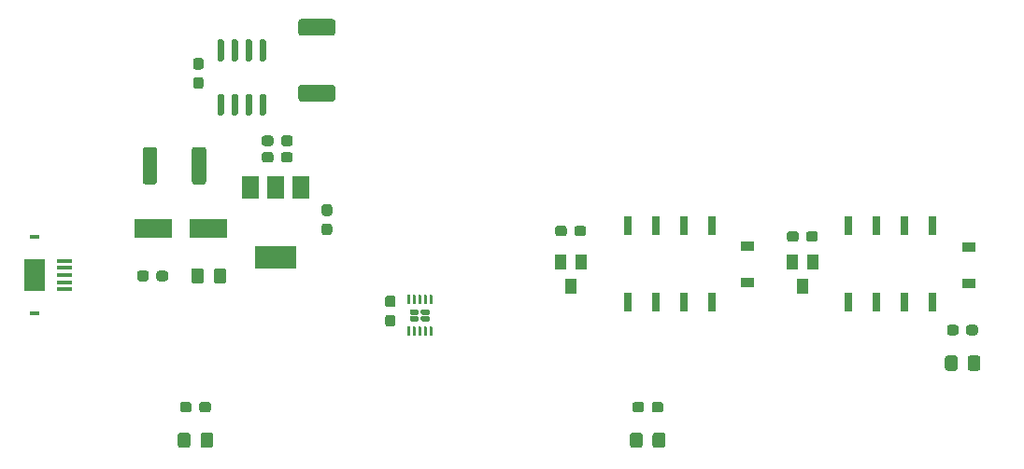
<source format=gbr>
%TF.GenerationSoftware,KiCad,Pcbnew,5.1.6*%
%TF.CreationDate,2020-09-20T16:59:45+02:00*%
%TF.ProjectId,usb_switcher,7573625f-7377-4697-9463-6865722e6b69,rev?*%
%TF.SameCoordinates,Original*%
%TF.FileFunction,Paste,Top*%
%TF.FilePolarity,Positive*%
%FSLAX46Y46*%
G04 Gerber Fmt 4.6, Leading zero omitted, Abs format (unit mm)*
G04 Created by KiCad (PCBNEW 5.1.6) date 2020-09-20 16:59:45*
%MOMM*%
%LPD*%
G01*
G04 APERTURE LIST*
%ADD10R,1.350000X0.400000*%
%ADD11R,1.900000X2.900000*%
%ADD12R,0.850000X0.300000*%
%ADD13R,3.500000X1.800000*%
%ADD14R,1.200000X0.900000*%
%ADD15R,0.800000X1.800000*%
%ADD16R,1.000000X1.400000*%
%ADD17R,3.800000X2.000000*%
%ADD18R,1.500000X2.000000*%
G04 APERTURE END LIST*
D10*
%TO.C,J1*%
X104122800Y-81700000D03*
X104122800Y-82350000D03*
X104122800Y-83000000D03*
X104122800Y-84300000D03*
X104122800Y-83650000D03*
D11*
X101447800Y-83000000D03*
D12*
X101447800Y-86500000D03*
X101447800Y-79500000D03*
%TD*%
%TO.C,C1*%
G36*
G01*
X122006400Y-71048900D02*
X122006400Y-70573900D01*
G75*
G02*
X122243900Y-70336400I237500J0D01*
G01*
X122818900Y-70336400D01*
G75*
G02*
X123056400Y-70573900I0J-237500D01*
G01*
X123056400Y-71048900D01*
G75*
G02*
X122818900Y-71286400I-237500J0D01*
G01*
X122243900Y-71286400D01*
G75*
G02*
X122006400Y-71048900I0J237500D01*
G01*
G37*
G36*
G01*
X123756400Y-71048900D02*
X123756400Y-70573900D01*
G75*
G02*
X123993900Y-70336400I237500J0D01*
G01*
X124568900Y-70336400D01*
G75*
G02*
X124806400Y-70573900I0J-237500D01*
G01*
X124806400Y-71048900D01*
G75*
G02*
X124568900Y-71286400I-237500J0D01*
G01*
X123993900Y-71286400D01*
G75*
G02*
X123756400Y-71048900I0J237500D01*
G01*
G37*
%TD*%
%TO.C,C2*%
G36*
G01*
X123756400Y-72548900D02*
X123756400Y-72073900D01*
G75*
G02*
X123993900Y-71836400I237500J0D01*
G01*
X124568900Y-71836400D01*
G75*
G02*
X124806400Y-72073900I0J-237500D01*
G01*
X124806400Y-72548900D01*
G75*
G02*
X124568900Y-72786400I-237500J0D01*
G01*
X123993900Y-72786400D01*
G75*
G02*
X123756400Y-72548900I0J237500D01*
G01*
G37*
G36*
G01*
X122006400Y-72548900D02*
X122006400Y-72073900D01*
G75*
G02*
X122243900Y-71836400I237500J0D01*
G01*
X122818900Y-71836400D01*
G75*
G02*
X123056400Y-72073900I0J-237500D01*
G01*
X123056400Y-72548900D01*
G75*
G02*
X122818900Y-72786400I-237500J0D01*
G01*
X122243900Y-72786400D01*
G75*
G02*
X122006400Y-72548900I0J237500D01*
G01*
G37*
%TD*%
%TO.C,C3*%
G36*
G01*
X133892500Y-85920000D02*
X133417500Y-85920000D01*
G75*
G02*
X133180000Y-85682500I0J237500D01*
G01*
X133180000Y-85107500D01*
G75*
G02*
X133417500Y-84870000I237500J0D01*
G01*
X133892500Y-84870000D01*
G75*
G02*
X134130000Y-85107500I0J-237500D01*
G01*
X134130000Y-85682500D01*
G75*
G02*
X133892500Y-85920000I-237500J0D01*
G01*
G37*
G36*
G01*
X133892500Y-87670000D02*
X133417500Y-87670000D01*
G75*
G02*
X133180000Y-87432500I0J237500D01*
G01*
X133180000Y-86857500D01*
G75*
G02*
X133417500Y-86620000I237500J0D01*
G01*
X133892500Y-86620000D01*
G75*
G02*
X134130000Y-86857500I0J-237500D01*
G01*
X134130000Y-87432500D01*
G75*
G02*
X133892500Y-87670000I-237500J0D01*
G01*
G37*
%TD*%
%TO.C,C4*%
G36*
G01*
X128152100Y-79378200D02*
X127677100Y-79378200D01*
G75*
G02*
X127439600Y-79140700I0J237500D01*
G01*
X127439600Y-78565700D01*
G75*
G02*
X127677100Y-78328200I237500J0D01*
G01*
X128152100Y-78328200D01*
G75*
G02*
X128389600Y-78565700I0J-237500D01*
G01*
X128389600Y-79140700D01*
G75*
G02*
X128152100Y-79378200I-237500J0D01*
G01*
G37*
G36*
G01*
X128152100Y-77628200D02*
X127677100Y-77628200D01*
G75*
G02*
X127439600Y-77390700I0J237500D01*
G01*
X127439600Y-76815700D01*
G75*
G02*
X127677100Y-76578200I237500J0D01*
G01*
X128152100Y-76578200D01*
G75*
G02*
X128389600Y-76815700I0J-237500D01*
G01*
X128389600Y-77390700D01*
G75*
G02*
X128152100Y-77628200I-237500J0D01*
G01*
G37*
%TD*%
%TO.C,C5*%
G36*
G01*
X116018500Y-63294000D02*
X116493500Y-63294000D01*
G75*
G02*
X116731000Y-63531500I0J-237500D01*
G01*
X116731000Y-64106500D01*
G75*
G02*
X116493500Y-64344000I-237500J0D01*
G01*
X116018500Y-64344000D01*
G75*
G02*
X115781000Y-64106500I0J237500D01*
G01*
X115781000Y-63531500D01*
G75*
G02*
X116018500Y-63294000I237500J0D01*
G01*
G37*
G36*
G01*
X116018500Y-65044000D02*
X116493500Y-65044000D01*
G75*
G02*
X116731000Y-65281500I0J-237500D01*
G01*
X116731000Y-65856500D01*
G75*
G02*
X116493500Y-66094000I-237500J0D01*
G01*
X116018500Y-66094000D01*
G75*
G02*
X115781000Y-65856500I0J237500D01*
G01*
X115781000Y-65281500D01*
G75*
G02*
X116018500Y-65044000I237500J0D01*
G01*
G37*
%TD*%
D13*
%TO.C,D1*%
X117155800Y-78765600D03*
X112155800Y-78765600D03*
%TD*%
%TO.C,D2*%
G36*
G01*
X117654800Y-83533601D02*
X117654800Y-82633599D01*
G75*
G02*
X117904799Y-82383600I249999J0D01*
G01*
X118554801Y-82383600D01*
G75*
G02*
X118804800Y-82633599I0J-249999D01*
G01*
X118804800Y-83533601D01*
G75*
G02*
X118554801Y-83783600I-249999J0D01*
G01*
X117904799Y-83783600D01*
G75*
G02*
X117654800Y-83533601I0J249999D01*
G01*
G37*
G36*
G01*
X115604800Y-83533601D02*
X115604800Y-82633599D01*
G75*
G02*
X115854799Y-82383600I249999J0D01*
G01*
X116504801Y-82383600D01*
G75*
G02*
X116754800Y-82633599I0J-249999D01*
G01*
X116754800Y-83533601D01*
G75*
G02*
X116504801Y-83783600I-249999J0D01*
G01*
X115854799Y-83783600D01*
G75*
G02*
X115604800Y-83533601I0J249999D01*
G01*
G37*
%TD*%
%TO.C,D3*%
G36*
G01*
X114400000Y-98450001D02*
X114400000Y-97549999D01*
G75*
G02*
X114649999Y-97300000I249999J0D01*
G01*
X115300001Y-97300000D01*
G75*
G02*
X115550000Y-97549999I0J-249999D01*
G01*
X115550000Y-98450001D01*
G75*
G02*
X115300001Y-98700000I-249999J0D01*
G01*
X114649999Y-98700000D01*
G75*
G02*
X114400000Y-98450001I0J249999D01*
G01*
G37*
G36*
G01*
X116450000Y-98450001D02*
X116450000Y-97549999D01*
G75*
G02*
X116699999Y-97300000I249999J0D01*
G01*
X117350001Y-97300000D01*
G75*
G02*
X117600000Y-97549999I0J-249999D01*
G01*
X117600000Y-98450001D01*
G75*
G02*
X117350001Y-98700000I-249999J0D01*
G01*
X116699999Y-98700000D01*
G75*
G02*
X116450000Y-98450001I0J249999D01*
G01*
G37*
%TD*%
%TO.C,D4*%
G36*
G01*
X157425000Y-98450001D02*
X157425000Y-97549999D01*
G75*
G02*
X157674999Y-97300000I249999J0D01*
G01*
X158325001Y-97300000D01*
G75*
G02*
X158575000Y-97549999I0J-249999D01*
G01*
X158575000Y-98450001D01*
G75*
G02*
X158325001Y-98700000I-249999J0D01*
G01*
X157674999Y-98700000D01*
G75*
G02*
X157425000Y-98450001I0J249999D01*
G01*
G37*
G36*
G01*
X155375000Y-98450001D02*
X155375000Y-97549999D01*
G75*
G02*
X155624999Y-97300000I249999J0D01*
G01*
X156275001Y-97300000D01*
G75*
G02*
X156525000Y-97549999I0J-249999D01*
G01*
X156525000Y-98450001D01*
G75*
G02*
X156275001Y-98700000I-249999J0D01*
G01*
X155624999Y-98700000D01*
G75*
G02*
X155375000Y-98450001I0J249999D01*
G01*
G37*
%TD*%
%TO.C,D5*%
G36*
G01*
X187125000Y-90549999D02*
X187125000Y-91450001D01*
G75*
G02*
X186875001Y-91700000I-249999J0D01*
G01*
X186224999Y-91700000D01*
G75*
G02*
X185975000Y-91450001I0J249999D01*
G01*
X185975000Y-90549999D01*
G75*
G02*
X186224999Y-90300000I249999J0D01*
G01*
X186875001Y-90300000D01*
G75*
G02*
X187125000Y-90549999I0J-249999D01*
G01*
G37*
G36*
G01*
X185075000Y-90549999D02*
X185075000Y-91450001D01*
G75*
G02*
X184825001Y-91700000I-249999J0D01*
G01*
X184174999Y-91700000D01*
G75*
G02*
X183925000Y-91450001I0J249999D01*
G01*
X183925000Y-90549999D01*
G75*
G02*
X184174999Y-90300000I249999J0D01*
G01*
X184825001Y-90300000D01*
G75*
G02*
X185075000Y-90549999I0J-249999D01*
G01*
G37*
%TD*%
D14*
%TO.C,D6*%
X166000000Y-80350000D03*
X166000000Y-83650000D03*
%TD*%
%TO.C,D7*%
X186106000Y-83743000D03*
X186106000Y-80443000D03*
%TD*%
%TO.C,F1*%
G36*
G01*
X111222000Y-74526000D02*
X111222000Y-71626000D01*
G75*
G02*
X111472000Y-71376000I250000J0D01*
G01*
X112272000Y-71376000D01*
G75*
G02*
X112522000Y-71626000I0J-250000D01*
G01*
X112522000Y-74526000D01*
G75*
G02*
X112272000Y-74776000I-250000J0D01*
G01*
X111472000Y-74776000D01*
G75*
G02*
X111222000Y-74526000I0J250000D01*
G01*
G37*
G36*
G01*
X115672000Y-74526000D02*
X115672000Y-71626000D01*
G75*
G02*
X115922000Y-71376000I250000J0D01*
G01*
X116722000Y-71376000D01*
G75*
G02*
X116972000Y-71626000I0J-250000D01*
G01*
X116972000Y-74526000D01*
G75*
G02*
X116722000Y-74776000I-250000J0D01*
G01*
X115922000Y-74776000D01*
G75*
G02*
X115672000Y-74526000I0J250000D01*
G01*
G37*
%TD*%
D15*
%TO.C,K1*%
X162810000Y-78500000D03*
X160270000Y-78500000D03*
X157730000Y-78500000D03*
X155190000Y-78500000D03*
X155190000Y-85500000D03*
X157730000Y-85500000D03*
X160270000Y-85500000D03*
X162810000Y-85500000D03*
%TD*%
%TO.C,K2*%
X182810000Y-85500000D03*
X180270000Y-85500000D03*
X177730000Y-85500000D03*
X175190000Y-85500000D03*
X175190000Y-78500000D03*
X177730000Y-78500000D03*
X180270000Y-78500000D03*
X182810000Y-78500000D03*
%TD*%
D16*
%TO.C,Q1*%
X150000000Y-84000000D03*
X149050000Y-81800000D03*
X150950000Y-81800000D03*
%TD*%
%TO.C,Q2*%
X171950000Y-81800000D03*
X170050000Y-81800000D03*
X171000000Y-84000000D03*
%TD*%
%TO.C,R1*%
G36*
G01*
X111765800Y-82846100D02*
X111765800Y-83321100D01*
G75*
G02*
X111528300Y-83558600I-237500J0D01*
G01*
X110953300Y-83558600D01*
G75*
G02*
X110715800Y-83321100I0J237500D01*
G01*
X110715800Y-82846100D01*
G75*
G02*
X110953300Y-82608600I237500J0D01*
G01*
X111528300Y-82608600D01*
G75*
G02*
X111765800Y-82846100I0J-237500D01*
G01*
G37*
G36*
G01*
X113515800Y-82846100D02*
X113515800Y-83321100D01*
G75*
G02*
X113278300Y-83558600I-237500J0D01*
G01*
X112703300Y-83558600D01*
G75*
G02*
X112465800Y-83321100I0J237500D01*
G01*
X112465800Y-82846100D01*
G75*
G02*
X112703300Y-82608600I237500J0D01*
G01*
X113278300Y-82608600D01*
G75*
G02*
X113515800Y-82846100I0J-237500D01*
G01*
G37*
%TD*%
%TO.C,R2*%
G36*
G01*
X114600000Y-95237500D02*
X114600000Y-94762500D01*
G75*
G02*
X114837500Y-94525000I237500J0D01*
G01*
X115412500Y-94525000D01*
G75*
G02*
X115650000Y-94762500I0J-237500D01*
G01*
X115650000Y-95237500D01*
G75*
G02*
X115412500Y-95475000I-237500J0D01*
G01*
X114837500Y-95475000D01*
G75*
G02*
X114600000Y-95237500I0J237500D01*
G01*
G37*
G36*
G01*
X116350000Y-95237500D02*
X116350000Y-94762500D01*
G75*
G02*
X116587500Y-94525000I237500J0D01*
G01*
X117162500Y-94525000D01*
G75*
G02*
X117400000Y-94762500I0J-237500D01*
G01*
X117400000Y-95237500D01*
G75*
G02*
X117162500Y-95475000I-237500J0D01*
G01*
X116587500Y-95475000D01*
G75*
G02*
X116350000Y-95237500I0J237500D01*
G01*
G37*
%TD*%
%TO.C,R3*%
G36*
G01*
X157350000Y-95237500D02*
X157350000Y-94762500D01*
G75*
G02*
X157587500Y-94525000I237500J0D01*
G01*
X158162500Y-94525000D01*
G75*
G02*
X158400000Y-94762500I0J-237500D01*
G01*
X158400000Y-95237500D01*
G75*
G02*
X158162500Y-95475000I-237500J0D01*
G01*
X157587500Y-95475000D01*
G75*
G02*
X157350000Y-95237500I0J237500D01*
G01*
G37*
G36*
G01*
X155600000Y-95237500D02*
X155600000Y-94762500D01*
G75*
G02*
X155837500Y-94525000I237500J0D01*
G01*
X156412500Y-94525000D01*
G75*
G02*
X156650000Y-94762500I0J-237500D01*
G01*
X156650000Y-95237500D01*
G75*
G02*
X156412500Y-95475000I-237500J0D01*
G01*
X155837500Y-95475000D01*
G75*
G02*
X155600000Y-95237500I0J237500D01*
G01*
G37*
%TD*%
%TO.C,R4*%
G36*
G01*
X186900000Y-87762500D02*
X186900000Y-88237500D01*
G75*
G02*
X186662500Y-88475000I-237500J0D01*
G01*
X186087500Y-88475000D01*
G75*
G02*
X185850000Y-88237500I0J237500D01*
G01*
X185850000Y-87762500D01*
G75*
G02*
X186087500Y-87525000I237500J0D01*
G01*
X186662500Y-87525000D01*
G75*
G02*
X186900000Y-87762500I0J-237500D01*
G01*
G37*
G36*
G01*
X185150000Y-87762500D02*
X185150000Y-88237500D01*
G75*
G02*
X184912500Y-88475000I-237500J0D01*
G01*
X184337500Y-88475000D01*
G75*
G02*
X184100000Y-88237500I0J237500D01*
G01*
X184100000Y-87762500D01*
G75*
G02*
X184337500Y-87525000I237500J0D01*
G01*
X184912500Y-87525000D01*
G75*
G02*
X185150000Y-87762500I0J-237500D01*
G01*
G37*
%TD*%
%TO.C,R5*%
G36*
G01*
X148600000Y-79237500D02*
X148600000Y-78762500D01*
G75*
G02*
X148837500Y-78525000I237500J0D01*
G01*
X149412500Y-78525000D01*
G75*
G02*
X149650000Y-78762500I0J-237500D01*
G01*
X149650000Y-79237500D01*
G75*
G02*
X149412500Y-79475000I-237500J0D01*
G01*
X148837500Y-79475000D01*
G75*
G02*
X148600000Y-79237500I0J237500D01*
G01*
G37*
G36*
G01*
X150350000Y-79237500D02*
X150350000Y-78762500D01*
G75*
G02*
X150587500Y-78525000I237500J0D01*
G01*
X151162500Y-78525000D01*
G75*
G02*
X151400000Y-78762500I0J-237500D01*
G01*
X151400000Y-79237500D01*
G75*
G02*
X151162500Y-79475000I-237500J0D01*
G01*
X150587500Y-79475000D01*
G75*
G02*
X150350000Y-79237500I0J237500D01*
G01*
G37*
%TD*%
%TO.C,R6*%
G36*
G01*
X125574999Y-59750000D02*
X128425001Y-59750000D01*
G75*
G02*
X128675000Y-59999999I0J-249999D01*
G01*
X128675000Y-61025001D01*
G75*
G02*
X128425001Y-61275000I-249999J0D01*
G01*
X125574999Y-61275000D01*
G75*
G02*
X125325000Y-61025001I0J249999D01*
G01*
X125325000Y-59999999D01*
G75*
G02*
X125574999Y-59750000I249999J0D01*
G01*
G37*
G36*
G01*
X125574999Y-65725000D02*
X128425001Y-65725000D01*
G75*
G02*
X128675000Y-65974999I0J-249999D01*
G01*
X128675000Y-67000001D01*
G75*
G02*
X128425001Y-67250000I-249999J0D01*
G01*
X125574999Y-67250000D01*
G75*
G02*
X125325000Y-67000001I0J249999D01*
G01*
X125325000Y-65974999D01*
G75*
G02*
X125574999Y-65725000I249999J0D01*
G01*
G37*
%TD*%
%TO.C,R7*%
G36*
G01*
X171350000Y-79737500D02*
X171350000Y-79262500D01*
G75*
G02*
X171587500Y-79025000I237500J0D01*
G01*
X172162500Y-79025000D01*
G75*
G02*
X172400000Y-79262500I0J-237500D01*
G01*
X172400000Y-79737500D01*
G75*
G02*
X172162500Y-79975000I-237500J0D01*
G01*
X171587500Y-79975000D01*
G75*
G02*
X171350000Y-79737500I0J237500D01*
G01*
G37*
G36*
G01*
X169600000Y-79737500D02*
X169600000Y-79262500D01*
G75*
G02*
X169837500Y-79025000I237500J0D01*
G01*
X170412500Y-79025000D01*
G75*
G02*
X170650000Y-79262500I0J-237500D01*
G01*
X170650000Y-79737500D01*
G75*
G02*
X170412500Y-79975000I-237500J0D01*
G01*
X169837500Y-79975000D01*
G75*
G02*
X169600000Y-79737500I0J237500D01*
G01*
G37*
%TD*%
D17*
%TO.C,U1*%
X123266400Y-81356800D03*
D18*
X123266400Y-75056800D03*
X120966400Y-75056800D03*
X125566400Y-75056800D03*
%TD*%
%TO.C,U3*%
G36*
G01*
X118438000Y-68525000D02*
X118138000Y-68525000D01*
G75*
G02*
X117988000Y-68375000I0J150000D01*
G01*
X117988000Y-66725000D01*
G75*
G02*
X118138000Y-66575000I150000J0D01*
G01*
X118438000Y-66575000D01*
G75*
G02*
X118588000Y-66725000I0J-150000D01*
G01*
X118588000Y-68375000D01*
G75*
G02*
X118438000Y-68525000I-150000J0D01*
G01*
G37*
G36*
G01*
X119708000Y-68525000D02*
X119408000Y-68525000D01*
G75*
G02*
X119258000Y-68375000I0J150000D01*
G01*
X119258000Y-66725000D01*
G75*
G02*
X119408000Y-66575000I150000J0D01*
G01*
X119708000Y-66575000D01*
G75*
G02*
X119858000Y-66725000I0J-150000D01*
G01*
X119858000Y-68375000D01*
G75*
G02*
X119708000Y-68525000I-150000J0D01*
G01*
G37*
G36*
G01*
X120978000Y-68525000D02*
X120678000Y-68525000D01*
G75*
G02*
X120528000Y-68375000I0J150000D01*
G01*
X120528000Y-66725000D01*
G75*
G02*
X120678000Y-66575000I150000J0D01*
G01*
X120978000Y-66575000D01*
G75*
G02*
X121128000Y-66725000I0J-150000D01*
G01*
X121128000Y-68375000D01*
G75*
G02*
X120978000Y-68525000I-150000J0D01*
G01*
G37*
G36*
G01*
X122248000Y-68525000D02*
X121948000Y-68525000D01*
G75*
G02*
X121798000Y-68375000I0J150000D01*
G01*
X121798000Y-66725000D01*
G75*
G02*
X121948000Y-66575000I150000J0D01*
G01*
X122248000Y-66575000D01*
G75*
G02*
X122398000Y-66725000I0J-150000D01*
G01*
X122398000Y-68375000D01*
G75*
G02*
X122248000Y-68525000I-150000J0D01*
G01*
G37*
G36*
G01*
X122248000Y-63575000D02*
X121948000Y-63575000D01*
G75*
G02*
X121798000Y-63425000I0J150000D01*
G01*
X121798000Y-61775000D01*
G75*
G02*
X121948000Y-61625000I150000J0D01*
G01*
X122248000Y-61625000D01*
G75*
G02*
X122398000Y-61775000I0J-150000D01*
G01*
X122398000Y-63425000D01*
G75*
G02*
X122248000Y-63575000I-150000J0D01*
G01*
G37*
G36*
G01*
X120978000Y-63575000D02*
X120678000Y-63575000D01*
G75*
G02*
X120528000Y-63425000I0J150000D01*
G01*
X120528000Y-61775000D01*
G75*
G02*
X120678000Y-61625000I150000J0D01*
G01*
X120978000Y-61625000D01*
G75*
G02*
X121128000Y-61775000I0J-150000D01*
G01*
X121128000Y-63425000D01*
G75*
G02*
X120978000Y-63575000I-150000J0D01*
G01*
G37*
G36*
G01*
X119708000Y-63575000D02*
X119408000Y-63575000D01*
G75*
G02*
X119258000Y-63425000I0J150000D01*
G01*
X119258000Y-61775000D01*
G75*
G02*
X119408000Y-61625000I150000J0D01*
G01*
X119708000Y-61625000D01*
G75*
G02*
X119858000Y-61775000I0J-150000D01*
G01*
X119858000Y-63425000D01*
G75*
G02*
X119708000Y-63575000I-150000J0D01*
G01*
G37*
G36*
G01*
X118438000Y-63575000D02*
X118138000Y-63575000D01*
G75*
G02*
X117988000Y-63425000I0J150000D01*
G01*
X117988000Y-61775000D01*
G75*
G02*
X118138000Y-61625000I150000J0D01*
G01*
X118438000Y-61625000D01*
G75*
G02*
X118588000Y-61775000I0J-150000D01*
G01*
X118588000Y-63425000D01*
G75*
G02*
X118438000Y-63575000I-150000J0D01*
G01*
G37*
%TD*%
%TO.C,IC1*%
G36*
G01*
X135384500Y-88540000D02*
X135259500Y-88540000D01*
G75*
G02*
X135197000Y-88477500I0J62500D01*
G01*
X135197000Y-87727500D01*
G75*
G02*
X135259500Y-87665000I62500J0D01*
G01*
X135384500Y-87665000D01*
G75*
G02*
X135447000Y-87727500I0J-62500D01*
G01*
X135447000Y-88477500D01*
G75*
G02*
X135384500Y-88540000I-62500J0D01*
G01*
G37*
G36*
G01*
X135884500Y-88540000D02*
X135759500Y-88540000D01*
G75*
G02*
X135697000Y-88477500I0J62500D01*
G01*
X135697000Y-87727500D01*
G75*
G02*
X135759500Y-87665000I62500J0D01*
G01*
X135884500Y-87665000D01*
G75*
G02*
X135947000Y-87727500I0J-62500D01*
G01*
X135947000Y-88477500D01*
G75*
G02*
X135884500Y-88540000I-62500J0D01*
G01*
G37*
G36*
G01*
X136384500Y-88540000D02*
X136259500Y-88540000D01*
G75*
G02*
X136197000Y-88477500I0J62500D01*
G01*
X136197000Y-87727500D01*
G75*
G02*
X136259500Y-87665000I62500J0D01*
G01*
X136384500Y-87665000D01*
G75*
G02*
X136447000Y-87727500I0J-62500D01*
G01*
X136447000Y-88477500D01*
G75*
G02*
X136384500Y-88540000I-62500J0D01*
G01*
G37*
G36*
G01*
X136884500Y-88540000D02*
X136759500Y-88540000D01*
G75*
G02*
X136697000Y-88477500I0J62500D01*
G01*
X136697000Y-87727500D01*
G75*
G02*
X136759500Y-87665000I62500J0D01*
G01*
X136884500Y-87665000D01*
G75*
G02*
X136947000Y-87727500I0J-62500D01*
G01*
X136947000Y-88477500D01*
G75*
G02*
X136884500Y-88540000I-62500J0D01*
G01*
G37*
G36*
G01*
X137384500Y-88540000D02*
X137259500Y-88540000D01*
G75*
G02*
X137197000Y-88477500I0J62500D01*
G01*
X137197000Y-87727500D01*
G75*
G02*
X137259500Y-87665000I62500J0D01*
G01*
X137384500Y-87665000D01*
G75*
G02*
X137447000Y-87727500I0J-62500D01*
G01*
X137447000Y-88477500D01*
G75*
G02*
X137384500Y-88540000I-62500J0D01*
G01*
G37*
G36*
G01*
X137384500Y-85665000D02*
X137259500Y-85665000D01*
G75*
G02*
X137197000Y-85602500I0J62500D01*
G01*
X137197000Y-84852500D01*
G75*
G02*
X137259500Y-84790000I62500J0D01*
G01*
X137384500Y-84790000D01*
G75*
G02*
X137447000Y-84852500I0J-62500D01*
G01*
X137447000Y-85602500D01*
G75*
G02*
X137384500Y-85665000I-62500J0D01*
G01*
G37*
G36*
G01*
X136884500Y-85665000D02*
X136759500Y-85665000D01*
G75*
G02*
X136697000Y-85602500I0J62500D01*
G01*
X136697000Y-84852500D01*
G75*
G02*
X136759500Y-84790000I62500J0D01*
G01*
X136884500Y-84790000D01*
G75*
G02*
X136947000Y-84852500I0J-62500D01*
G01*
X136947000Y-85602500D01*
G75*
G02*
X136884500Y-85665000I-62500J0D01*
G01*
G37*
G36*
G01*
X136384500Y-85665000D02*
X136259500Y-85665000D01*
G75*
G02*
X136197000Y-85602500I0J62500D01*
G01*
X136197000Y-84852500D01*
G75*
G02*
X136259500Y-84790000I62500J0D01*
G01*
X136384500Y-84790000D01*
G75*
G02*
X136447000Y-84852500I0J-62500D01*
G01*
X136447000Y-85602500D01*
G75*
G02*
X136384500Y-85665000I-62500J0D01*
G01*
G37*
G36*
G01*
X135884500Y-85665000D02*
X135759500Y-85665000D01*
G75*
G02*
X135697000Y-85602500I0J62500D01*
G01*
X135697000Y-84852500D01*
G75*
G02*
X135759500Y-84790000I62500J0D01*
G01*
X135884500Y-84790000D01*
G75*
G02*
X135947000Y-84852500I0J-62500D01*
G01*
X135947000Y-85602500D01*
G75*
G02*
X135884500Y-85665000I-62500J0D01*
G01*
G37*
G36*
G01*
X135384500Y-85665000D02*
X135259500Y-85665000D01*
G75*
G02*
X135197000Y-85602500I0J62500D01*
G01*
X135197000Y-84852500D01*
G75*
G02*
X135259500Y-84790000I62500J0D01*
G01*
X135384500Y-84790000D01*
G75*
G02*
X135447000Y-84852500I0J-62500D01*
G01*
X135447000Y-85602500D01*
G75*
G02*
X135384500Y-85665000I-62500J0D01*
G01*
G37*
G36*
G01*
X136107000Y-87205000D02*
X135537000Y-87205000D01*
G75*
G02*
X135417000Y-87085000I0J120000D01*
G01*
X135417000Y-86845000D01*
G75*
G02*
X135537000Y-86725000I120000J0D01*
G01*
X136107000Y-86725000D01*
G75*
G02*
X136227000Y-86845000I0J-120000D01*
G01*
X136227000Y-87085000D01*
G75*
G02*
X136107000Y-87205000I-120000J0D01*
G01*
G37*
G36*
G01*
X137107000Y-87205000D02*
X136537000Y-87205000D01*
G75*
G02*
X136417000Y-87085000I0J120000D01*
G01*
X136417000Y-86845000D01*
G75*
G02*
X136537000Y-86725000I120000J0D01*
G01*
X137107000Y-86725000D01*
G75*
G02*
X137227000Y-86845000I0J-120000D01*
G01*
X137227000Y-87085000D01*
G75*
G02*
X137107000Y-87205000I-120000J0D01*
G01*
G37*
G36*
G01*
X136107000Y-86605000D02*
X135537000Y-86605000D01*
G75*
G02*
X135417000Y-86485000I0J120000D01*
G01*
X135417000Y-86245000D01*
G75*
G02*
X135537000Y-86125000I120000J0D01*
G01*
X136107000Y-86125000D01*
G75*
G02*
X136227000Y-86245000I0J-120000D01*
G01*
X136227000Y-86485000D01*
G75*
G02*
X136107000Y-86605000I-120000J0D01*
G01*
G37*
G36*
G01*
X137107000Y-86605000D02*
X136537000Y-86605000D01*
G75*
G02*
X136417000Y-86485000I0J120000D01*
G01*
X136417000Y-86245000D01*
G75*
G02*
X136537000Y-86125000I120000J0D01*
G01*
X137107000Y-86125000D01*
G75*
G02*
X137227000Y-86245000I0J-120000D01*
G01*
X137227000Y-86485000D01*
G75*
G02*
X137107000Y-86605000I-120000J0D01*
G01*
G37*
%TD*%
M02*

</source>
